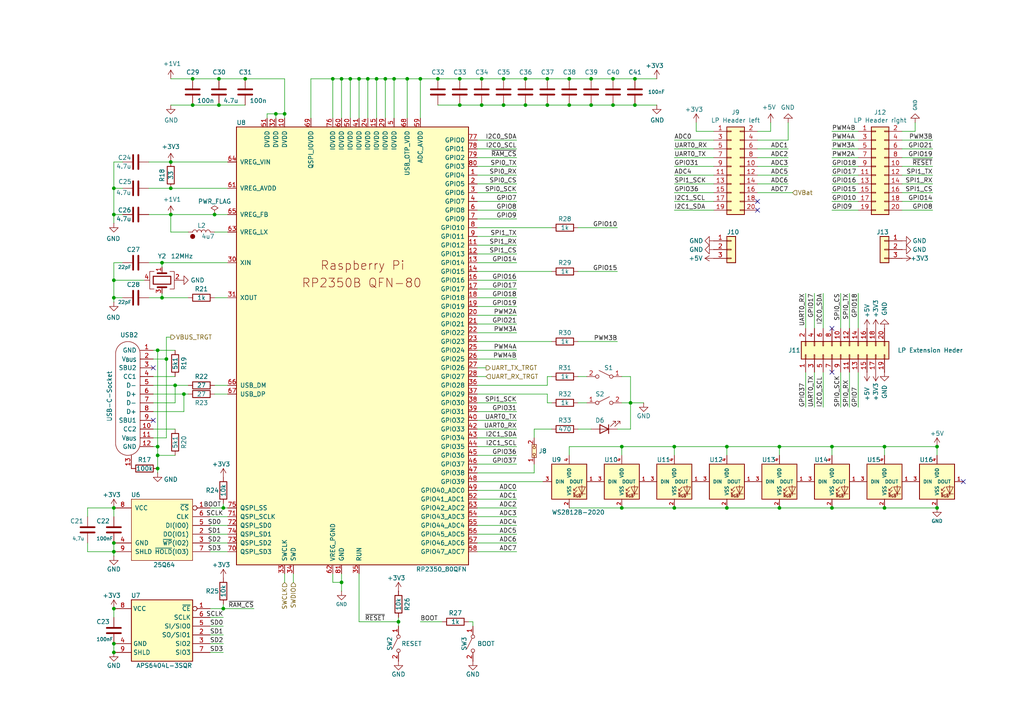
<source format=kicad_sch>
(kicad_sch (version 20231120) (generator "eeschema") (generator_version "8.0")
  (paper "A4")
  (junction (at 33.02 189.23))
  (junction (at 133.35 22.86))
  (junction (at 33.02 186.69))
  (junction (at 53.34 114.3))
  (junction (at 64.77 147.32))
  (junction (at 271.78 147.32))
  (junction (at 45.72 101.6))
  (junction (at 33.02 160.02))
  (junction (at 71.12 22.86))
  (junction (at 55.88 22.86))
  (junction (at 171.45 22.86))
  (junction (at 184.15 22.86))
  (junction (at 182.88 116.84))
  (junction (at 96.52 22.86))
  (junction (at 99.06 168.91))
  (junction (at 33.02 157.48))
  (junction (at 33.02 176.53))
  (junction (at 63.5 22.86))
  (junction (at 99.06 22.86))
  (junction (at 55.88 30.48))
  (junction (at 226.06 129.54))
  (junction (at 62.23 62.23))
  (junction (at 133.35 30.48))
  (junction (at 45.72 132.08))
  (junction (at 121.92 22.86))
  (junction (at 195.58 129.54))
  (junction (at 256.54 129.54))
  (junction (at 158.75 30.48))
  (junction (at 127 22.86))
  (junction (at 115.57 180.34))
  (junction (at 33.02 54.61))
  (junction (at 171.45 30.48))
  (junction (at 50.8 111.76))
  (junction (at 33.02 62.23))
  (junction (at 114.3 22.86))
  (junction (at 256.54 147.32))
  (junction (at 165.1 30.48))
  (junction (at 177.8 22.86))
  (junction (at 82.55 33.02))
  (junction (at 195.58 147.32))
  (junction (at 109.22 22.86))
  (junction (at 33.02 147.32))
  (junction (at 152.4 22.86))
  (junction (at 101.6 22.86))
  (junction (at 106.68 22.86))
  (junction (at 48.26 104.14))
  (junction (at 33.02 86.36))
  (junction (at 139.7 30.48))
  (junction (at 80.01 33.02))
  (junction (at 146.05 30.48))
  (junction (at 210.82 129.54))
  (junction (at 46.99 76.2))
  (junction (at 64.77 176.53))
  (junction (at 63.5 30.48))
  (junction (at 210.82 147.32))
  (junction (at 111.76 22.86))
  (junction (at 152.4 30.48))
  (junction (at 49.53 46.99))
  (junction (at 46.99 86.36))
  (junction (at 45.72 135.89))
  (junction (at 177.8 30.48))
  (junction (at 241.3 129.54))
  (junction (at 33.02 81.28))
  (junction (at 139.7 22.86))
  (junction (at 118.11 22.86))
  (junction (at 180.34 129.54))
  (junction (at 104.14 22.86))
  (junction (at 146.05 22.86))
  (junction (at 165.1 22.86))
  (junction (at 158.75 22.86))
  (junction (at 184.15 30.48))
  (junction (at 180.34 147.32))
  (junction (at 49.53 54.61))
  (junction (at 241.3 147.32))
  (junction (at 45.72 129.54))
  (junction (at 226.06 147.32))
  (junction (at 271.78 129.54))
  (junction (at 49.53 62.23))
  (no_connect (at 241.3 95.25))
  (no_connect (at 44.45 121.92))
  (no_connect (at 279.4 139.7))
  (no_connect (at 219.71 60.96))
  (no_connect (at 241.3 107.95))
  (no_connect (at 219.71 58.42))
  (no_connect (at 44.45 106.68))
  (wire (pts (xy 152.4 22.86) (xy 158.75 22.86)))
  (wire (pts (xy 64.77 176.53) (xy 73.66 176.53)))
  (wire (pts (xy 238.76 107.95) (xy 238.76 118.11)))
  (wire (pts (xy 33.02 81.28) (xy 41.91 81.28)))
  (wire (pts (xy 158.75 22.86) (xy 165.1 22.86)))
  (wire (pts (xy 49.53 62.23) (xy 62.23 62.23)))
  (wire (pts (xy 45.72 101.6) (xy 50.8 101.6)))
  (wire (pts (xy 104.14 180.34) (xy 115.57 180.34)))
  (wire (pts (xy 195.58 60.96) (xy 207.01 60.96)))
  (wire (pts (xy 85.09 168.91) (xy 85.09 166.37)))
  (wire (pts (xy 138.43 81.28) (xy 149.86 81.28)))
  (wire (pts (xy 158.75 114.3) (xy 158.75 116.84)))
  (wire (pts (xy 44.45 129.54) (xy 45.72 129.54)))
  (wire (pts (xy 138.43 78.74) (xy 160.02 78.74)))
  (wire (pts (xy 63.5 30.48) (xy 71.12 30.48)))
  (wire (pts (xy 50.8 116.84) (xy 50.8 111.76)))
  (wire (pts (xy 99.06 22.86) (xy 99.06 34.29)))
  (wire (pts (xy 146.05 30.48) (xy 152.4 30.48)))
  (wire (pts (xy 261.62 50.8) (xy 270.51 50.8)))
  (wire (pts (xy 195.58 53.34) (xy 207.01 53.34)))
  (wire (pts (xy 99.06 168.91) (xy 99.06 171.45)))
  (wire (pts (xy 180.34 147.32) (xy 195.58 147.32)))
  (wire (pts (xy 261.62 60.96) (xy 270.51 60.96)))
  (wire (pts (xy 138.43 96.52) (xy 149.86 96.52)))
  (wire (pts (xy 60.96 152.4) (xy 66.04 152.4)))
  (wire (pts (xy 106.68 22.86) (xy 109.22 22.86)))
  (wire (pts (xy 138.43 139.7) (xy 157.48 139.7)))
  (wire (pts (xy 138.43 134.62) (xy 149.86 134.62)))
  (wire (pts (xy 80.01 33.02) (xy 80.01 34.29)))
  (wire (pts (xy 44.45 109.22) (xy 50.8 109.22)))
  (wire (pts (xy 49.53 30.48) (xy 55.88 30.48)))
  (wire (pts (xy 127 22.86) (xy 133.35 22.86)))
  (wire (pts (xy 167.64 124.46) (xy 171.45 124.46)))
  (wire (pts (xy 35.56 46.99) (xy 33.02 46.99)))
  (wire (pts (xy 138.43 124.46) (xy 149.86 124.46)))
  (wire (pts (xy 261.62 48.26) (xy 270.51 48.26)))
  (wire (pts (xy 241.3 53.34) (xy 248.92 53.34)))
  (wire (pts (xy 99.06 22.86) (xy 101.6 22.86)))
  (wire (pts (xy 201.93 35.56) (xy 201.93 38.1)))
  (wire (pts (xy 104.14 22.86) (xy 104.14 34.29)))
  (wire (pts (xy 101.6 22.86) (xy 101.6 34.29)))
  (wire (pts (xy 44.45 101.6) (xy 45.72 101.6)))
  (wire (pts (xy 138.43 86.36) (xy 149.86 86.36)))
  (wire (pts (xy 241.3 132.08) (xy 241.3 129.54)))
  (wire (pts (xy 182.88 124.46) (xy 182.88 116.84)))
  (wire (pts (xy 138.43 157.48) (xy 149.86 157.48)))
  (wire (pts (xy 261.62 43.18) (xy 270.51 43.18)))
  (wire (pts (xy 154.94 134.62) (xy 154.94 137.16)))
  (wire (pts (xy 64.77 147.32) (xy 66.04 147.32)))
  (wire (pts (xy 138.43 55.88) (xy 149.86 55.88)))
  (wire (pts (xy 146.05 22.86) (xy 152.4 22.86)))
  (wire (pts (xy 261.62 58.42) (xy 270.51 58.42)))
  (wire (pts (xy 139.7 22.86) (xy 146.05 22.86)))
  (wire (pts (xy 44.45 116.84) (xy 50.8 116.84)))
  (wire (pts (xy 243.84 85.09) (xy 243.84 95.25)))
  (wire (pts (xy 60.96 189.23) (xy 64.77 189.23)))
  (wire (pts (xy 219.71 50.8) (xy 228.6 50.8)))
  (wire (pts (xy 138.43 132.08) (xy 149.86 132.08)))
  (wire (pts (xy 138.43 76.2) (xy 149.86 76.2)))
  (wire (pts (xy 46.99 86.36) (xy 43.18 86.36)))
  (wire (pts (xy 60.96 186.69) (xy 64.77 186.69)))
  (wire (pts (xy 184.15 30.48) (xy 190.5 30.48)))
  (wire (pts (xy 138.43 154.94) (xy 149.86 154.94)))
  (wire (pts (xy 48.26 97.79) (xy 49.53 97.79)))
  (wire (pts (xy 64.77 146.05) (xy 64.77 147.32)))
  (wire (pts (xy 138.43 48.26) (xy 149.86 48.26)))
  (wire (pts (xy 226.06 132.08) (xy 226.06 129.54)))
  (wire (pts (xy 180.34 132.08) (xy 180.34 129.54)))
  (wire (pts (xy 138.43 114.3) (xy 158.75 114.3)))
  (wire (pts (xy 210.82 132.08) (xy 210.82 129.54)))
  (wire (pts (xy 50.8 111.76) (xy 54.61 111.76)))
  (wire (pts (xy 195.58 45.72) (xy 207.01 45.72)))
  (wire (pts (xy 154.94 124.46) (xy 154.94 127)))
  (wire (pts (xy 62.23 67.31) (xy 66.04 67.31)))
  (wire (pts (xy 33.02 62.23) (xy 35.56 62.23)))
  (wire (pts (xy 158.75 109.22) (xy 160.02 109.22)))
  (wire (pts (xy 138.43 137.16) (xy 154.94 137.16)))
  (wire (pts (xy 195.58 58.42) (xy 207.01 58.42)))
  (wire (pts (xy 45.72 132.08) (xy 45.72 135.89)))
  (wire (pts (xy 33.02 176.53) (xy 33.02 179.07)))
  (wire (pts (xy 60.96 147.32) (xy 64.77 147.32)))
  (wire (pts (xy 241.3 58.42) (xy 248.92 58.42)))
  (wire (pts (xy 138.43 40.64) (xy 149.86 40.64)))
  (wire (pts (xy 226.06 147.32) (xy 241.3 147.32)))
  (wire (pts (xy 135.89 180.34) (xy 137.16 180.34)))
  (wire (pts (xy 167.64 66.04) (xy 179.07 66.04)))
  (wire (pts (xy 138.43 152.4) (xy 149.86 152.4)))
  (wire (pts (xy 219.71 43.18) (xy 228.6 43.18)))
  (wire (pts (xy 138.43 45.72) (xy 149.86 45.72)))
  (wire (pts (xy 171.45 22.86) (xy 177.8 22.86)))
  (wire (pts (xy 33.02 81.28) (xy 33.02 86.36)))
  (wire (pts (xy 182.88 116.84) (xy 180.34 116.84)))
  (wire (pts (xy 82.55 22.86) (xy 82.55 33.02)))
  (wire (pts (xy 154.94 124.46) (xy 160.02 124.46)))
  (wire (pts (xy 256.54 129.54) (xy 271.78 129.54)))
  (wire (pts (xy 82.55 33.02) (xy 82.55 34.29)))
  (wire (pts (xy 167.64 78.74) (xy 179.07 78.74)))
  (wire (pts (xy 133.35 30.48) (xy 139.7 30.48)))
  (wire (pts (xy 114.3 22.86) (xy 118.11 22.86)))
  (wire (pts (xy 233.68 85.09) (xy 233.68 95.25)))
  (wire (pts (xy 44.45 104.14) (xy 48.26 104.14)))
  (wire (pts (xy 246.38 85.09) (xy 246.38 95.25)))
  (wire (pts (xy 236.22 107.95) (xy 236.22 118.11)))
  (wire (pts (xy 177.8 30.48) (xy 184.15 30.48)))
  (wire (pts (xy 195.58 129.54) (xy 210.82 129.54)))
  (wire (pts (xy 49.53 22.86) (xy 55.88 22.86)))
  (wire (pts (xy 60.96 157.48) (xy 66.04 157.48)))
  (wire (pts (xy 60.96 160.02) (xy 66.04 160.02)))
  (wire (pts (xy 149.86 101.6) (xy 138.43 101.6)))
  (wire (pts (xy 138.43 160.02) (xy 149.86 160.02)))
  (wire (pts (xy 43.18 46.99) (xy 49.53 46.99)))
  (wire (pts (xy 106.68 22.86) (xy 106.68 34.29)))
  (wire (pts (xy 111.76 22.86) (xy 114.3 22.86)))
  (wire (pts (xy 138.43 121.92) (xy 149.86 121.92)))
  (wire (pts (xy 241.3 50.8) (xy 248.92 50.8)))
  (wire (pts (xy 179.07 124.46) (xy 182.88 124.46)))
  (wire (pts (xy 45.72 132.08) (xy 50.8 132.08)))
  (wire (pts (xy 138.43 149.86) (xy 149.86 149.86)))
  (wire (pts (xy 241.3 147.32) (xy 256.54 147.32)))
  (wire (pts (xy 44.45 111.76) (xy 50.8 111.76)))
  (wire (pts (xy 33.02 157.48) (xy 33.02 160.02)))
  (wire (pts (xy 133.35 22.86) (xy 139.7 22.86)))
  (wire (pts (xy 271.78 129.54) (xy 271.78 132.08)))
  (wire (pts (xy 138.43 68.58) (xy 149.86 68.58)))
  (wire (pts (xy 195.58 48.26) (xy 207.01 48.26)))
  (wire (pts (xy 60.96 179.07) (xy 64.77 179.07)))
  (wire (pts (xy 104.14 22.86) (xy 106.68 22.86)))
  (wire (pts (xy 138.43 116.84) (xy 149.86 116.84)))
  (wire (pts (xy 60.96 176.53) (xy 64.77 176.53)))
  (wire (pts (xy 158.75 116.84) (xy 160.02 116.84)))
  (wire (pts (xy 184.15 22.86) (xy 190.5 22.86)))
  (wire (pts (xy 171.45 30.48) (xy 177.8 30.48)))
  (wire (pts (xy 60.96 149.86) (xy 66.04 149.86)))
  (wire (pts (xy 149.86 91.44) (xy 138.43 91.44)))
  (wire (pts (xy 127 30.48) (xy 133.35 30.48)))
  (wire (pts (xy 138.43 73.66) (xy 149.86 73.66)))
  (wire (pts (xy 62.23 62.23) (xy 66.04 62.23)))
  (wire (pts (xy 96.52 22.86) (xy 99.06 22.86)))
  (wire (pts (xy 226.06 129.54) (xy 241.3 129.54)))
  (wire (pts (xy 138.43 88.9) (xy 149.86 88.9)))
  (wire (pts (xy 25.4 160.02) (xy 33.02 160.02)))
  (wire (pts (xy 219.71 40.64) (xy 228.6 40.64)))
  (wire (pts (xy 138.43 104.14) (xy 149.86 104.14)))
  (wire (pts (xy 138.43 142.24) (xy 149.86 142.24)))
  (wire (pts (xy 223.52 38.1) (xy 223.52 35.56)))
  (wire (pts (xy 138.43 66.04) (xy 160.02 66.04)))
  (wire (pts (xy 80.01 33.02) (xy 82.55 33.02)))
  (wire (pts (xy 180.34 129.54) (xy 195.58 129.54)))
  (wire (pts (xy 62.23 86.36) (xy 66.04 86.36)))
  (wire (pts (xy 33.02 160.02) (xy 33.02 161.29)))
  (wire (pts (xy 195.58 147.32) (xy 210.82 147.32)))
  (wire (pts (xy 55.88 22.86) (xy 63.5 22.86)))
  (wire (pts (xy 99.06 166.37) (xy 99.06 168.91)))
  (wire (pts (xy 43.18 54.61) (xy 49.53 54.61)))
  (wire (pts (xy 167.64 116.84) (xy 170.18 116.84)))
  (wire (pts (xy 25.4 157.48) (xy 25.4 160.02)))
  (wire (pts (xy 195.58 40.64) (xy 207.01 40.64)))
  (wire (pts (xy 96.52 168.91) (xy 99.06 168.91)))
  (wire (pts (xy 60.96 181.61) (xy 64.77 181.61)))
  (wire (pts (xy 182.88 116.84) (xy 186.69 116.84)))
  (wire (pts (xy 46.99 76.2) (xy 66.04 76.2)))
  (wire (pts (xy 241.3 48.26) (xy 248.92 48.26)))
  (wire (pts (xy 165.1 132.08) (xy 165.1 129.54)))
  (wire (pts (xy 71.12 22.86) (xy 82.55 22.86)))
  (wire (pts (xy 241.3 38.1) (xy 248.92 38.1)))
  (wire (pts (xy 195.58 132.08) (xy 195.58 129.54)))
  (wire (pts (xy 167.64 99.06) (xy 179.07 99.06)))
  (wire (pts (xy 138.43 127) (xy 149.86 127)))
  (wire (pts (xy 114.3 22.86) (xy 114.3 34.29)))
  (wire (pts (xy 261.62 45.72) (xy 270.51 45.72)))
  (wire (pts (xy 138.43 43.18) (xy 149.86 43.18)))
  (wire (pts (xy 33.02 76.2) (xy 33.02 81.28)))
  (wire (pts (xy 121.92 22.86) (xy 121.92 34.29)))
  (wire (pts (xy 248.92 85.09) (xy 248.92 95.25)))
  (wire (pts (xy 210.82 129.54) (xy 226.06 129.54)))
  (wire (pts (xy 138.43 109.22) (xy 140.97 109.22)))
  (wire (pts (xy 45.72 135.89) (xy 45.72 137.16)))
  (wire (pts (xy 115.57 180.34) (xy 115.57 181.61)))
  (wire (pts (xy 165.1 22.86) (xy 171.45 22.86)))
  (wire (pts (xy 261.62 40.64) (xy 270.51 40.64)))
  (wire (pts (xy 246.38 107.95) (xy 246.38 118.11)))
  (wire (pts (xy 137.16 180.34) (xy 137.16 181.61)))
  (wire (pts (xy 90.17 22.86) (xy 96.52 22.86)))
  (wire (pts (xy 35.56 86.36) (xy 33.02 86.36)))
  (wire (pts (xy 44.45 119.38) (xy 53.34 119.38)))
  (wire (pts (xy 33.02 54.61) (xy 35.56 54.61)))
  (wire (pts (xy 138.43 93.98) (xy 149.86 93.98)))
  (wire (pts (xy 55.88 30.48) (xy 63.5 30.48)))
  (wire (pts (xy 195.58 50.8) (xy 207.01 50.8)))
  (wire (pts (xy 43.18 62.23) (xy 49.53 62.23)))
  (wire (pts (xy 109.22 22.86) (xy 111.76 22.86)))
  (wire (pts (xy 241.3 40.64) (xy 248.92 40.64)))
  (wire (pts (xy 54.61 67.31) (xy 49.53 67.31)))
  (wire (pts (xy 177.8 22.86) (xy 184.15 22.86)))
  (wire (pts (xy 53.34 119.38) (xy 53.34 114.3)))
  (wire (pts (xy 138.43 111.76) (xy 158.75 111.76)))
  (wire (pts (xy 138.43 71.12) (xy 149.86 71.12)))
  (wire (pts (xy 233.68 107.95) (xy 233.68 118.11)))
  (wire (pts (xy 33.02 54.61) (xy 33.02 62.23)))
  (wire (pts (xy 46.99 85.09) (xy 46.99 86.36)))
  (wire (pts (xy 139.7 30.48) (xy 146.05 30.48)))
  (wire (pts (xy 118.11 22.86) (xy 118.11 34.29)))
  (wire (pts (xy 180.34 109.22) (xy 182.88 109.22)))
  (wire (pts (xy 33.02 186.69) (xy 33.02 189.23)))
  (wire (pts (xy 256.54 147.32) (xy 271.78 147.32)))
  (wire (pts (xy 195.58 55.88) (xy 207.01 55.88)))
  (wire (pts (xy 138.43 83.82) (xy 149.86 83.82)))
  (wire (pts (xy 82.55 168.91) (xy 82.55 166.37)))
  (wire (pts (xy 44.45 124.46) (xy 50.8 124.46)))
  (wire (pts (xy 44.45 114.3) (xy 53.34 114.3)))
  (wire (pts (xy 96.52 34.29) (xy 96.52 22.86)))
  (wire (pts (xy 165.1 129.54) (xy 180.34 129.54)))
  (wire (pts (xy 33.02 86.36) (xy 33.02 87.63)))
  (wire (pts (xy 241.3 45.72) (xy 248.92 45.72)))
  (wire (pts (xy 138.43 63.5) (xy 149.86 63.5)))
  (wire (pts (xy 138.43 129.54) (xy 149.86 129.54)))
  (wire (pts (xy 25.4 147.32) (xy 33.02 147.32)))
  (wire (pts (xy 182.88 109.22) (xy 182.88 116.84)))
  (wire (pts (xy 66.04 114.3) (xy 62.23 114.3)))
  (wire (pts (xy 152.4 30.48) (xy 158.75 30.48)))
  (wire (pts (xy 248.92 107.95) (xy 248.92 118.11)))
  (wire (pts (xy 25.4 149.86) (xy 25.4 147.32)))
  (wire (pts (xy 138.43 106.68) (xy 140.97 106.68)))
  (wire (pts (xy 121.92 22.86) (xy 127 22.86)))
  (wire (pts (xy 210.82 147.32) (xy 226.06 147.32)))
  (wire (pts (xy 243.84 107.95) (xy 243.84 118.11)))
  (wire (pts (xy 111.76 22.86) (xy 111.76 34.29)))
  (wire (pts (xy 158.75 30.48) (xy 165.1 30.48)))
  (wire (pts (xy 165.1 30.48) (xy 171.45 30.48)))
  (wire (pts (xy 49.53 54.61) (xy 66.04 54.61)))
  (wire (pts (xy 138.43 99.06) (xy 160.02 99.06)))
  (wire (pts (xy 138.43 53.34) (xy 149.86 53.34)))
  (wire (pts (xy 33.02 46.99) (xy 33.02 54.61)))
  (wire (pts (xy 138.43 144.78) (xy 149.86 144.78)))
  (wire (pts (xy 64.77 175.26) (xy 64.77 176.53)))
  (wire (pts (xy 48.26 97.79) (xy 48.26 104.14)))
  (wire (pts (xy 33.02 149.86) (xy 33.02 147.32)))
  (wire (pts (xy 195.58 43.18) (xy 207.01 43.18)))
  (wire (pts (xy 46.99 77.47) (xy 46.99 76.2)))
  (wire (pts (xy 62.23 111.76) (xy 66.04 111.76)))
  (wire (pts (xy 241.3 129.54) (xy 256.54 129.54)))
  (wire (pts (xy 77.47 33.02) (xy 80.01 33.02)))
  (wire (pts (xy 90.17 34.29) (xy 90.17 22.86)))
  (wire (pts (xy 241.3 55.88) (xy 248.92 55.88)))
  (wire (pts (xy 60.96 154.94) (xy 66.04 154.94)))
  (wire (pts (xy 46.99 86.36) (xy 54.61 86.36)))
  (wire (pts (xy 165.1 147.32) (xy 180.34 147.32)))
  (wire (pts (xy 219.71 45.72) (xy 228.6 45.72)))
  (wire (pts (xy 228.6 40.64) (xy 228.6 35.56)))
  (wire (pts (xy 201.93 38.1) (xy 207.01 38.1)))
  (wire (pts (xy 138.43 58.42) (xy 149.86 58.42)))
  (wire (pts (xy 138.43 50.8) (xy 149.86 50.8)))
  (wire (pts (xy 118.11 22.86) (xy 121.92 22.86)))
  (wire (pts (xy 60.96 184.15) (xy 64.77 184.15)))
  (wire (pts (xy 49.53 67.31) (xy 49.53 62.23)))
  (wire (pts (xy 44.45 127) (xy 48.26 127)))
  (wire (pts (xy 265.43 35.56) (xy 265.43 38.1)))
  (wire (pts (xy 241.3 60.96) (xy 248.92 60.96)))
  (wire (pts (xy 241.3 43.18) (xy 248.92 43.18)))
  (wire (pts (xy 236.22 85.09) (xy 236.22 95.25)))
  (wire (pts (xy 43.18 76.2) (xy 46.99 76.2)))
  (wire (pts (xy 33.02 62.23) (xy 33.02 64.77)))
  (wire (pts (xy 265.43 38.1) (xy 261.62 38.1)))
  (wire (pts (xy 101.6 22.86) (xy 104.14 22.86)))
  (wire (pts (xy 219.71 38.1) (xy 223.52 38.1)))
  (wire (pts (xy 77.47 34.29) (xy 77.47 33.02)))
  (wire (pts (xy 45.72 101.6) (xy 45.72 129.54)))
  (wire (pts (xy 261.62 55.88) (xy 270.51 55.88)))
  (wire (pts (xy 33.02 76.2) (xy 35.56 76.2)))
  (wire (pts (xy 63.5 22.86) (xy 71.12 22.86)))
  (wire (pts (xy 109.22 22.86) (xy 109.22 34.29)))
  (wire (pts (xy 219.71 48.26) (xy 228.6 48.26)))
  (wire (pts (xy 49.53 46.99) (xy 66.04 46.99)))
  (wire (pts (xy 104.14 166.37) (xy 104.14 180.34)))
  (wire (pts (xy 45.72 129.54) (xy 45.72 132.08)))
  (wire (pts (xy 261.62 53.34) (xy 270.51 53.34)))
  (wire (pts (xy 48.26 104.14) (xy 48.26 127)))
  (wire (pts (xy 138.43 147.32) (xy 149.86 147.32)))
  (wire (pts (xy 121.92 180.34) (xy 128.27 180.34)))
  (wire (pts (xy 219.71 53.34) (xy 228.6 53.34)))
  (wire (pts (xy 53.34 114.3) (xy 54.61 114.3)))
  (wire (pts (xy 219.71 55.88) (xy 229.87 55.88)))
  (wire (pts (xy 138.43 119.38) (xy 149.86 119.38)))
  (wire (pts (xy 138.43 60.96) (xy 149.86 60.96)))
  (wire (pts (xy 167.64 109.22) (xy 170.18 109.22)))
  (wire (pts (xy 158.75 111.76) (xy 158.75 109.22)))
  (wire (pts (xy 256.54 132.08) (xy 256.54 129.54)))
  (wire (pts (xy 238.76 85.09) (xy 238.76 95.25)))
  (wire (pts (xy 96.52 166.37) (xy 96.52 168.91)))
  (wire (pts (xy 115.57 179.07) (xy 115.57 180.34)))
  (circle (center 55.88 68.58) (radius 0.635) (stroke (width 0) (color 132 0 0 1)) (fill (type color) (color 132 0 0 1)))
  (label "GPIO18" (at 248.92 85.09 270))
  (label "SPI0_CS" (at 149.86 53.34 180))
  (label "UART0_RX" (at 149.86 124.46 180))
  (label "GPIO31" (at 195.58 48.26 0))
  (label "PWM2A" (at 149.86 91.44 180))
  (label "SCLK" (at 64.77 179.07 180))
  (label "ADC3" (at 149.86 149.86 180))
  (label "BOOT" (at 121.92 180.34 0))
  (label "GPIO17" (at 236.22 85.09 270))
  (label "GPIO8" (at 270.51 60.96 180))
  (label "~{RAM_CS}" (at 73.66 176.53 180))
  (label "GPIO18" (at 149.86 86.36 180))
  (label "SD3" (at 64.77 189.23 180))
  (label "GPIO19" (at 270.51 45.72 180))
  (label "PWM4A" (at 241.3 40.64 0))
  (label "SPI1_SCK" (at 149.86 116.84 180))
  (label "SPI0_TX" (at 246.38 85.09 270))
  (label "SPI1_TX" (at 270.51 50.8 180))
  (label "I2C1_SDA" (at 149.86 127 180))
  (label "GPIO16" (at 149.86 81.28 180))
  (label "PWM3B" (at 179.07 99.06 180))
  (label "PWM3A" (at 149.86 96.52 180))
  (label "UART0_TX" (at 236.22 118.11 90))
  (label "I2C1_SCL" (at 149.86 129.54 180))
  (label "GPIO8" (at 149.86 60.96 180))
  (label "GPIO17" (at 241.3 50.8 0))
  (label "ADC3" (at 228.6 48.26 180))
  (label "SD0" (at 64.77 181.61 180))
  (label "GPIO14" (at 149.86 76.2 180))
  (label "GPIO7" (at 149.86 58.42 180))
  (label "ADC1" (at 149.86 144.78 180))
  (label "PWM4B" (at 149.86 104.14 180))
  (label "ADC0" (at 195.58 40.64 0))
  (label "SPI1_TX" (at 149.86 68.58 180))
  (label "ADC7" (at 228.6 55.88 180))
  (label "ADC7" (at 149.86 160.02 180))
  (label "PWM3A" (at 241.3 43.18 0))
  (label "BOOT" (at 64.135 147.32 180))
  (label "UART0_TX" (at 149.86 121.92 180))
  (label "PWM4A" (at 149.86 101.6 180))
  (label "GPIO19" (at 149.86 88.9 180))
  (label "ADC4" (at 149.86 152.4 180))
  (label "UART0_RX" (at 195.58 43.18 0))
  (label "SPI0_TX" (at 149.86 48.26 180))
  (label "ADC6" (at 149.86 157.48 180))
  (label "SPI0_RX" (at 149.86 50.8 180))
  (label "GPIO16" (at 241.3 53.34 0))
  (label "GPIO36" (at 195.58 55.88 0))
  (label "SPI1_RX" (at 149.86 71.12 180))
  (label "SPI0_SCK" (at 243.84 118.11 90))
  (label "SPI0_SCK" (at 149.86 55.88 180))
  (label "GPIO31" (at 149.86 119.38 180))
  (label "ADC4" (at 195.58 50.8 0))
  (label "SD0" (at 64.135 152.4 180))
  (label "GPIO21" (at 270.51 43.18 180))
  (label "ADC5" (at 228.6 50.8 180))
  (label "I2C0_SCL" (at 149.86 43.18 180))
  (label "GPIO15" (at 179.07 78.74 180))
  (label "ADC6" (at 228.6 53.34 180))
  (label "~{RESET}" (at 111.76 180.34 180))
  (label "SD1" (at 64.135 154.94 180))
  (label "PWM3B" (at 270.51 40.64 180))
  (label "I2C0_SCL" (at 238.76 118.11 90))
  (label "UART0_RX" (at 233.68 85.09 270))
  (label "PWM4B" (at 241.3 38.1 0))
  (label "ADC2" (at 228.6 45.72 180))
  (label "GPIO36" (at 149.86 132.08 180))
  (label "GPIO17" (at 149.86 83.82 180))
  (label "GPIO37" (at 233.68 118.11 90))
  (label "SD2" (at 64.135 157.48 180))
  (label "GPIO9" (at 241.3 60.96 0))
  (label "SPI1_CS" (at 270.51 55.88 180))
  (label "GPIO7" (at 248.92 118.11 90))
  (label "SD1" (at 64.77 184.15 180))
  (label "SPI0_RX" (at 246.38 118.11 90))
  (label "GPIO15" (at 241.3 55.88 0))
  (label "ADC5" (at 149.86 154.94 180))
  (label "SPI1_SCK" (at 195.58 53.34 0))
  (label "GPIO37" (at 149.86 134.62 180))
  (label "SPI1_CS" (at 149.86 73.66 180))
  (label "ADC0" (at 149.86 142.24 180))
  (label "GPIO18" (at 241.3 48.26 0))
  (label "SD3" (at 64.135 160.02 180))
  (label "GPIO10" (at 179.07 66.04 180))
  (label "SPI0_CS" (at 243.84 85.09 270))
  (label "ADC1" (at 228.6 43.18 180))
  (label "GPIO10" (at 241.3 58.42 0))
  (label "~{RESET}" (at 270.51 48.26 180))
  (label "SD2" (at 64.77 186.69 180))
  (label "GPIO14" (at 270.51 58.42 180))
  (label "SPI1_RX" (at 270.51 53.34 180))
  (label "I2C1_SCL" (at 195.58 58.42 0))
  (label "GPIO9" (at 149.86 63.5 180))
  (label "GPIO21" (at 149.86 93.98 180))
  (label "ADC2" (at 149.86 147.32 180))
  (label "I2C1_SDA" (at 195.58 60.96 0))
  (label "I2C0_SDA" (at 149.86 40.64 180))
  (label "SCLK" (at 64.77 149.86 180))
  (label "~{RAM_CS}" (at 149.86 45.72 180))
  (label "I2C0_SDA" (at 238.76 85.09 270))
  (label "UART0_TX" (at 195.58 45.72 0))
  (label "PWM2A" (at 241.3 45.72 0))
  (hierarchical_label "UART_TX_TRGT" (shape output) (at 140.97 106.68 0))
  (hierarchical_label "VBat" (shape input) (at 229.87 55.88 0))
  (hierarchical_label "UART_RX_TRGT" (shape input) (at 140.97 109.22 0))
  (hierarchical_label "SWDIO" (shape input) (at 85.09 168.91 270))
  (hierarchical_label "SWCLK" (shape input) (at 82.55 168.91 270))
  (hierarchical_label "VBUS_TRGT" (shape output) (at 49.53 97.79 0))
  (symbol (lib_id "Device:R") (at 58.42 111.76 270) (unit 1)
    (property "Reference" "R22" (at 58.42 109.22 90))
    (property "Value" "27" (at 58.42 111.76 90))
    (property "Footprint" "Resistor_SMD:R_0402_1005Metric" (effects (hide yes)))
    (property "Datasheet" "https://www.digikey.de/de/products/detail/panasonic-electronic-components/ERJ-3EKF27R0V/1746361" (effects (hide yes)))
    (property "STANDARD" "unkritisch" (effects (hide yes)))
  )
  (symbol (lib_id "Device:R") (at 58.42 114.3 270) (unit 1)
    (property "Reference" "R23" (at 58.42 116.84 90))
    (property "Value" "27" (at 58.42 114.3 90))
    (property "Footprint" "Resistor_SMD:R_0402_1005Metric" (effects (hide yes)))
    (property "Datasheet" "https://www.digikey.de/de/products/detail/panasonic-electronic-components/ERJ-3EKF27R0V/1746361" (effects (hide yes)))
    (property "STANDARD" "unkritisch" (effects (hide yes)))
  )
  (symbol (lib_id "power:GND") (at 52.07 81.28 90) (unit 1)
    (property "Reference" "#PWR037" (effects (hide yes)))
    (property "Value" "GND" (at 55.245 81.28 90) (effects (justify right)))
    (property "Description" "Power symbol creates a global label with name \"GND\" , ground" (effects (hide yes)))
  )
  (symbol (lib_id "power:+5V") (at 271.78 129.54 0) (unit 1)
    (property "Reference" "#PWR063" (effects (hide yes)))
    (property "Value" "+5V" (at 271.78 125.73 0))
    (property "Description" "Power symbol creates a global label with name \"+5V\"" (effects (hide yes)))
  )
  (symbol (lib_id "power:+5V") (at 251.46 107.95 180) (unit 1)
    (property "Reference" "#PWR054" (effects (hide yes)))
    (property "Value" "+5V" (at 251.46 114.3 90))
    (property "Description" "Power symbol creates a global label with name \"+5V\"" (effects (hide yes)))
  )
  (symbol (lib_id "power:+5V") (at 251.46 95.25 0) (unit 1)
    (property "Reference" "#PWR053" (effects (hide yes)))
    (property "Value" "+5V" (at 251.46 90.17 90))
    (property "Description" "Power symbol creates a global label with name \"+5V\"" (effects (hide yes)))
  )
  (symbol (lib_id "power:+3V3") (at 254 95.25 0) (unit 1)
    (property "Reference" "#PWR055" (effects (hide yes)))
    (property "Value" "+3V3" (at 254 89.535 90))
    (property "Description" "Power symbol creates a global label with name \"+3V3\"" (effects (hide yes)))
  )
  (symbol (lib_id "power:GND") (at 256.54 95.25 180) (unit 1)
    (property "Reference" "#PWR057" (effects (hide yes)))
    (property "Value" "GND" (at 256.54 89.535 90))
    (property "Description" "Power symbol creates a global label with name \"GND\" , ground" (effects (hide yes)))
  )
  (symbol (lib_id "power:GND") (at 33.02 161.29 0) (unit 1)
    (property "Reference" "#PWR029" (effects (hide yes)))
    (property "Value" "GND" (at 33.02 165.1 0))
    (property "Description" "Power symbol creates a global label with name \"GND\" , ground" (effects (hide yes)))
  )
  (symbol (lib_id "Device:R") (at 64.77 142.24 0) (unit 1)
    (property "Reference" "R24" (at 61.595 142.24 0))
    (property "Value" "10k" (at 64.77 142.24 90))
    (property "Footprint" "Resistor_SMD:R_0402_1005Metric" (effects (hide yes)))
    (property "Datasheet" "https://www.digikey.de/de/products/detail/panasonic-electronic-components/ERJ-3GEYJ103V/135662" (effects (hide yes)))
    (property "STANDARD" "unkritisch" (effects (hide yes)))
  )
  (symbol (lib_id "power:GND") (at 271.78 147.32 0) (unit 1)
    (property "Reference" "#PWR064" (effects (hide yes)))
    (property "Value" "GND" (at 271.78 151.13 0) (effects (font (size 1.016 1.016))))
    (property "Description" "Power symbol creates a global label with name \"GND\" , ground" (effects (hide yes)))
  )
  (symbol (lib_id "power:GND") (at 190.5 30.48 0) (unit 1)
    (property "Reference" "#PWR045" (effects (hide yes)))
    (property "Value" "GND" (at 190.627 34.8742 0))
    (property "Description" "Power symbol creates a global label with name \"GND\" , ground" (effects (hide yes)))
  )
  (symbol (lib_id "power:GND") (at 33.02 87.63 0) (unit 1)
    (property "Reference" "#PWR027" (effects (hide yes)))
    (property "Value" "GND" (at 34.925 92.075 0) (effects (justify right)))
    (property "Description" "Power symbol creates a global label with name \"GND\" , ground" (effects (hide yes)))
  )
  (symbol (lib_id "power:GND") (at 45.72 137.16 0) (unit 1)
    (property "Reference" "#PWR032" (effects (hide yes)))
    (property "Value" "GND" (at 49.53 139.065 0))
    (property "Description" "Power symbol creates a global label with name \"GND\" , ground" (effects (hide yes)))
  )
  (symbol (lib_id "power:+3V3") (at 33.02 147.32 0) (unit 1)
    (property "Reference" "#PWR028" (effects (hide yes)))
    (property "Value" "+3V3" (at 32.385 143.51 0))
    (property "Description" "Power symbol creates a global label with name \"+3V3\"" (effects (hide yes)))
  )
  (symbol (lib_id "Switch:SW_SPST") (at 115.57 186.69 90) (mirror x) (unit 1)
    (property "Reference" "SW2" (at 113.03 186.69 0))
    (property "Value" "RESET" (at 119.38 186.69 90))
    (property "Footprint" "rp2350-launchpad:DIPT-1188E" (effects (hide yes)))
    (property "Datasheet" "https://www.mouser.de/ProductDetail/Diptronics/1188E-1W3-V-T-R?qs=MLItCLRbWsziiBJeSO1fUw%3D%3D" (effects (hide yes)))
  )
  (symbol (lib_id "Switch:SW_SPST") (at 137.16 186.69 90) (mirror x) (unit 1)
    (property "Reference" "SW3" (at 134.62 186.69 0))
    (property "Value" "BOOT" (at 140.97 186.69 90))
    (property "Footprint" "rp2350-launchpad:KMR2-Switch" (effects (hide yes)))
    (property "Datasheet" "https://www.digikey.de/de/products/detail/c-k/KMR223NG-LFG/2296954" (effects (hide yes)))
  )
  (symbol (lib_id "power:+3V3") (at 64.77 167.64 0) (unit 1)
    (property "Reference" "#PWR039" (effects (hide yes)))
    (property "Value" "+3V3" (at 64.135 163.83 0))
    (property "Description" "Power symbol creates a global label with name \"+3V3\"" (effects (hide yes)))
  )
  (symbol (lib_id "Connector_Generic:Conn_02x10_Odd_Even") (at 212.09 48.26 0) (unit 1)
    (property "Reference" "J9" (at 213.36 32.5882 0))
    (property "Value" "LP Header left" (at 213.36 34.8996 0))
    (property "Footprint" "Connector_PinHeader_2.54mm:PinHeader_2x10_P2.54mm_Vertical" (effects (hide yes)))
    (property "Datasheet" "wird nicht bestückt" (effects (hide yes)))
  )
  (symbol (lib_id "Connector_Generic:Conn_02x10_Odd_Even") (at 254 48.26 0) (unit 1)
    (property "Reference" "J12" (at 255.27 32.5882 0))
    (property "Value" "LP Header right" (at 255.27 34.8996 0))
    (property "Footprint" "Connector_PinHeader_2.54mm:PinHeader_2x10_P2.54mm_Vertical" (effects (hide yes)))
    (property "Datasheet" "wird nicht bestückt" (effects (hide yes)))
  )
  (symbol (lib_id "Connector_Generic:Conn_02x10_Odd_Even") (at 243.84 102.87 90) (unit 1)
    (property "Reference" "J11" (at 228.6 101.6 90) (effects (justify right)))
    (property "Value" "LP Extension Heder" (at 260.35 101.6 90) (effects (justify right)))
    (property "Footprint" "Connector_PinHeader_2.54mm:PinHeader_2x10_P2.54mm_Vertical" (effects (hide yes)))
    (property "Datasheet" "wird nicht bestückt" (effects (hide yes)))
  )
  (symbol (lib_id "power:GND") (at 256.54 107.95 0) (unit 1)
    (property "Reference" "#PWR058" (effects (hide yes)))
    (property "Value" "GND" (at 256.54 113.665 90))
    (property "Description" "Power symbol creates a global label with name \"GND\" , ground" (effects (hide yes)))
  )
  (symbol (lib_id "power:+3V3") (at 254 107.95 180) (unit 1)
    (property "Reference" "#PWR056" (effects (hide yes)))
    (property "Value" "+3V3" (at 254 113.665 90))
    (property "Description" "Power symbol creates a global label with name \"+3V3\"" (effects (hide yes)))
  )
  (symbol (lib_id "power:+5V") (at 223.52 35.56 0) (unit 1)
    (property "Reference" "#PWR051" (effects (hide yes)))
    (property "Value" "+5V" (at 220.98 31.115 0) (effects (justify left)))
    (property "Description" "Power symbol creates a global label with name \"+5V\"" (effects (hide yes)))
  )
  (symbol (lib_id "power:GND") (at 265.43 35.56 180) (unit 1)
    (property "Reference" "#PWR062" (effects (hide yes)))
    (property "Value" "GND" (at 265.43 30.48 90) (effects (font (size 1.016 1.016))))
    (property "Description" "Power symbol creates a global label with name \"GND\" , ground" (effects (hide yes)))
  )
  (symbol (lib_id "Connector_Generic:Conn_01x03") (at 256.54 72.39 0) (mirror y) (unit 1)
    (property "Reference" "J13" (at 257.81 67.31 0) (effects (justify left)))
    (property "Value" "PWR Header" (effects (hide yes)))
    (property "Footprint" "Connector_PinHeader_2.54mm:PinHeader_1x03_P2.54mm_Vertical" (effects (hide yes)))
    (property "Datasheet" "wird nicht bestückt" (effects (hide yes)))
  )
  (symbol (lib_id "Connector_Generic:Conn_01x03") (at 212.09 72.39 0) (unit 1)
    (property "Reference" "J10" (at 210.82 67.31 0) (effects (justify left)))
    (property "Value" "PWR Header" (effects (hide yes)))
    (property "Footprint" "Connector_PinHeader_2.54mm:PinHeader_1x03_P2.54mm_Vertical" (effects (hide yes)))
    (property "Datasheet" "wird nicht bestückt" (effects (hide yes)))
  )
  (symbol (lib_id "power:+3V3") (at 261.62 74.93 270) (unit 1)
    (property "Reference" "#PWR061" (effects (hide yes)))
    (property "Value" "+3V3" (at 266.7 74.93 90))
    (property "Description" "Power symbol creates a global label with name \"+3V3\"" (effects (hide yes)))
  )
  (symbol (lib_id "power:+5V") (at 207.01 74.93 90) (unit 1)
    (property "Reference" "#PWR050" (effects (hide yes)))
    (property "Value" "+5V" (at 203.835 74.93 90) (effects (justify left)))
    (property "Description" "Power symbol creates a global label with name \"+5V\"" (effects (hide yes)))
  )
  (symbol (lib_id "power:GND") (at 261.62 69.85 90) (unit 1)
    (property "Reference" "#PWR059" (effects (hide yes)))
    (property "Value" "GND" (at 266.7 69.85 90))
    (property "Description" "Power symbol creates a global label with name \"GND\" , ground" (effects (hide yes)))
  )
  (symbol (lib_id "power:GND") (at 261.62 72.39 90) (unit 1)
    (property "Reference" "#PWR060" (effects (hide yes)))
    (property "Value" "GND" (at 266.7 72.39 90))
    (property "Description" "Power symbol creates a global label with name \"GND\" , ground" (effects (hide yes)))
  )
  (symbol (lib_id "power:GND") (at 207.01 69.85 270) (unit 1)
    (property "Reference" "#PWR048" (effects (hide yes)))
    (property "Value" "GND" (at 201.93 69.85 90))
    (property "Description" "Power symbol creates a global label with name \"GND\" , ground" (effects (hide yes)))
  )
  (symbol (lib_id "power:GND") (at 207.01 72.39 270) (unit 1)
    (property "Reference" "#PWR049" (effects (hide yes)))
    (property "Value" "GND" (at 201.93 72.39 90))
    (property "Description" "Power symbol creates a global label with name \"GND\" , ground" (effects (hide yes)))
  )
  (symbol (lib_id "power:+3V3") (at 190.5 22.86 0) (unit 1)
    (property "Reference" "#PWR044" (effects (hide yes)))
    (property "Value" "+3V3" (at 189.865 19.05 0))
    (property "Description" "Power symbol creates a global label with name \"+3V3\"" (effects (hide yes)))
  )
  (symbol (lib_id "power:+3V3") (at 201.93 35.56 0) (unit 1)
    (property "Reference" "#PWR047" (effects (hide yes)))
    (property "Value" "+3V3" (at 201.295 31.75 0))
    (property "Description" "Power symbol creates a global label with name \"+3V3\"" (effects (hide yes)))
  )
  (symbol (lib_id "power:GND") (at 228.6 35.56 180) (unit 1)
    (property "Reference" "#PWR052" (effects (hide yes)))
    (property "Value" "GND" (at 228.473 31.1658 0))
    (property "Description" "Power symbol creates a global label with name \"GND\" , ground" (effects (hide yes)))
  )
  (symbol (lib_id "Device:C") (at 133.35 26.67 0) (unit 1)
    (property "Reference" "C33" (at 131.445 20.955 0) (effects (justify left)))
    (property "Value" "100nF" (effects (hide yes)))
    (property "Footprint" "Capacitor_SMD:C_0402_1005Metric" (effects (hide yes)))
    (property "Datasheet" "https://www.digikey.de/de/products/detail/kemet/C0603C104J4RAC7013/8572406" (effects (hide yes)))
    (property "MANUFACTURER" "z.B. Kemet" (effects (hide yes)))
    (property "STANDARD" "unkritisch" (effects (hide yes)))
  )
  (symbol (lib_id "Device:C") (at 139.7 26.67 0) (unit 1)
    (property "Reference" "C34" (at 137.795 20.955 0) (effects (justify left)))
    (property "Value" "100nF" (effects (hide yes)))
    (property "Footprint" "Capacitor_SMD:C_0402_1005Metric" (effects (hide yes)))
    (property "Datasheet" "https://www.digikey.de/de/products/detail/kemet/C0603C104J4RAC7013/8572406" (effects (hide yes)))
    (property "MANUFACTURER" "z.B. Kemet" (effects (hide yes)))
    (property "STANDARD" "unkritisch" (effects (hide yes)))
  )
  (symbol (lib_id "Device:C") (at 146.05 26.67 0) (unit 1)
    (property "Reference" "C35" (at 144.145 20.955 0) (effects (justify left)))
    (property "Value" "100nF" (effects (hide yes)))
    (property "Footprint" "Capacitor_SMD:C_0402_1005Metric" (effects (hide yes)))
    (property "Datasheet" "https://www.digikey.de/de/products/detail/kemet/C0603C104J4RAC7013/8572406" (effects (hide yes)))
    (property "MANUFACTURER" "z.B. Kemet" (effects (hide yes)))
    (property "STANDARD" "unkritisch" (effects (hide yes)))
  )
  (symbol (lib_id "Device:C") (at 152.4 26.67 0) (unit 1)
    (property "Reference" "C36" (at 150.495 20.955 0) (effects (justify left)))
    (property "Value" "100nF" (effects (hide yes)))
    (property "Footprint" "Capacitor_SMD:C_0402_1005Metric" (effects (hide yes)))
    (property "Datasheet" "https://www.digikey.de/de/products/detail/kemet/C0603C104J4RAC7013/8572406" (effects (hide yes)))
    (property "MANUFACTURER" "z.B. Kemet" (effects (hide yes)))
    (property "STANDARD" "unkritisch" (effects (hide yes)))
  )
  (symbol (lib_id "Device:C") (at 158.75 26.67 0) (unit 1)
    (property "Reference" "C37" (at 156.845 20.955 0) (effects (justify left)))
    (property "Value" "100nF" (effects (hide yes)))
    (property "Footprint" "Capacitor_SMD:C_0402_1005Metric" (effects (hide yes)))
    (property "Datasheet" "https://www.digikey.de/de/products/detail/kemet/C0603C104J4RAC7013/8572406" (effects (hide yes)))
    (property "MANUFACTURER" "z.B. Kemet" (effects (hide yes)))
    (property "STANDARD" "unkritisch" (effects (hide yes)))
  )
  (symbol (lib_id "Device:C") (at 165.1 26.67 0) (unit 1)
    (property "Reference" "C38" (at 163.195 20.955 0) (effects (justify left)))
    (property "Value" "100nF" (effects (hide yes)))
    (property "Footprint" "Capacitor_SMD:C_0402_1005Metric" (effects (hide yes)))
    (property "Datasheet" "https://www.digikey.de/de/products/detail/kemet/C0603C104J4RAC7013/8572406" (effects (hide yes)))
    (property "MANUFACTURER" "z.B. Kemet" (effects (hide yes)))
    (property "STANDARD" "unkritisch" (effects (hide yes)))
  )
  (symbol (lib_id "Device:C") (at 127 26.67 0) (unit 1)
    (property "Reference" "C32" (at 125.095 20.955 0) (effects (justify left)))
    (property "Value" "100nF" (effects (hide yes)))
    (property "Footprint" "Capacitor_SMD:C_0402_1005Metric" (effects (hide yes)))
    (property "Datasheet" "https://www.digikey.de/de/products/detail/kemet/C0603C104J4RAC7013/8572406" (effects (hide yes)))
    (property "MANUFACTURER" "z.B. Kemet" (effects (hide yes)))
    (property "STANDARD" "unkritisch" (effects (hide yes)))
  )
  (symbol (lib_id "Device:C") (at 33.02 153.67 0) (unit 1)
    (property "Reference" "C22" (at 27.94 151.13 0) (effects (justify left)))
    (property "Value" "100nF" (at 27.94 156.21 0) (effects (font (size 1.016 1.016)) (justify left)))
    (property "Footprint" "Capacitor_SMD:C_0402_1005Metric" (effects (hide yes)))
    (property "Datasheet" "https://www.digikey.de/de/products/detail/kemet/C0603C104J4RAC7013/8572406" (effects (hide yes)))
    (property "MANUFACTURER" "z.B. Kemet" (effects (hide yes)))
    (property "STANDARD" "unkritisch" (effects (hide yes)))
  )
  (symbol (lib_id "Device:R") (at 132.08 180.34 90) (unit 1)
    (property "Reference" "R27" (at 132.08 177.8 90))
    (property "Value" "1k" (at 132.08 180.34 90))
    (property "Footprint" "Resistor_SMD:R_0402_1005Metric" (effects (hide yes)))
    (property "Datasheet" "https://www.digikey.de/de/products/detail/yageo/AC0603JR-101KL/14286501" (effects (hide yes)))
    (property "STANDARD" "unkritisch" (effects (hide yes)))
  )
  (symbol (lib_id "rp2040-launchpad-PCB:25Q32") (at 46.99 153.67 0) (mirror y) (unit 1)
    (property "Reference" "U6" (at 39.37 143.51 0))
    (property "Value" "25Q64" (at 47.625 163.83 0))
    (property "Footprint" "Package_SON:WSON-8-1EP_6x5mm_P1.27mm_EP3.4x4.3mm" (effects (hide yes)))
    (property "Datasheet" "https://www.digikey.de/de/products/detail/winbond-electronics/W25Q32JWZPIQ/8568189" (effects (hide yes)))
  )
  (symbol (lib_id "Device:R") (at 58.42 86.36 90) (unit 1)
    (property "Reference" "R21" (at 58.42 83.82 90))
    (property "Value" "1k" (at 58.42 86.36 90))
    (property "Footprint" "Resistor_SMD:R_0402_1005Metric" (effects (hide yes)))
    (property "Datasheet" "https://www.digikey.de/de/products/detail/yageo/AC0603JR-101KL/14286501" (effects (hide yes)))
    (property "STANDARD" "unkritisch" (effects (hide yes)))
  )
  (symbol (lib_id "Device:C") (at 39.37 86.36 90) (unit 1)
    (property "Reference" "C28" (at 40.64 82.55 90) (effects (justify left)))
    (property "Value" "22pF" (at 38.1 87.63 90) (effects (font (size 1.016 1.016)) (justify left)))
    (property "Footprint" "Capacitor_SMD:C_0402_1005Metric" (effects (hide yes)))
    (property "Datasheet" "https://www.digikey.de/de/products/detail/kemet/C0603C150M8GAC7867/2199937" (effects (hide yes)))
    (property "MANUFACTURER" "z.B. Kemet" (effects (hide yes)))
    (property "STANDARD" "unkritisch" (effects (hide yes)))
  )
  (symbol (lib_id "Device:C") (at 39.37 76.2 90) (unit 1)
    (property "Reference" "C27" (at 40.64 72.39 90) (effects (justify left)))
    (property "Value" "22pF" (at 38.1 77.47 90) (effects (font (size 1.016 1.016)) (justify left)))
    (property "Footprint" "Capacitor_SMD:C_0402_1005Metric" (effects (hide yes)))
    (property "Datasheet" "https://www.digikey.de/de/products/detail/kemet/C0603C150M8GAC7867/2199937" (effects (hide yes)))
    (property "MANUFACTURER" "z.B. Kemet" (effects (hide yes)))
    (property "STANDARD" "unkritisch" (effects (hide yes)))
  )
  (symbol (lib_id "Device:Crystal_GND24") (at 46.99 81.28 270) (unit 1)
    (property "Reference" "Y2" (at 45.72 74.295 90) (effects (justify left)))
    (property "Value" "12MHz" (at 49.53 74.295 90) (effects (justify left)))
    (property "Footprint" "Crystal:Crystal_SMD_TXC_7M-4Pin_3.2x2.5mm" (effects (hide yes)))
    (property "Datasheet" "https://www.digikey.de/de/products/detail/txc-corporation/7M-12-000MAAE-T/3674337" (effects (hide yes)))
  )
  (symbol (lib_id "Device:R") (at 64.77 171.45 0) (unit 1)
    (property "Reference" "R25" (at 61.595 171.45 0))
    (property "Value" "10k" (at 64.77 171.45 90))
    (property "Footprint" "Resistor_SMD:R_0402_1005Metric" (effects (hide yes)))
    (property "Datasheet" "https://www.digikey.de/de/products/detail/panasonic-electronic-components/ERJ-3GEYJ103V/135662" (effects (hide yes)))
    (property "STANDARD" "unkritisch" (effects (hide yes)))
  )
  (symbol (lib_id "rp2040-launchpad-PCB:WS2812B-2020") (at 165.1 139.7 0) (unit 1)
    (property "Reference" "U9" (at 160.02 133.35 0) (effects (justify left)))
    (property "Value" "WS2812B-2020" (at 160.02 148.59 0) (effects (justify left)))
    (property "Footprint" "rp2350-launchpad:WS2812B-2020" (effects (hide yes)))
  )
  (symbol (lib_id "rp2040-launchpad-PCB:WS2812B-2020") (at 180.34 139.7 0) (unit 1)
    (property "Reference" "U10" (at 175.26 133.35 0) (effects (justify left)))
    (property "Value" "WS2812B-2020" (effects (hide yes)))
    (property "Footprint" "rp2350-launchpad:WS2812B-2020" (effects (hide yes)))
  )
  (symbol (lib_id "rp2040-launchpad-PCB:WS2812B-2020") (at 195.58 139.7 0) (unit 1)
    (property "Reference" "U11" (at 190.5 133.35 0) (effects (justify left)))
    (property "Value" "WS2812B-2020" (effects (hide yes)))
    (property "Footprint" "rp2350-launchpad:WS2812B-2020" (effects (hide yes)))
  )
  (symbol (lib_id "rp2040-launchpad-PCB:WS2812B-2020") (at 210.82 139.7 0) (unit 1)
    (property "Reference" "U12" (at 205.74 133.35 0) (effects (justify left)))
    (property "Value" "WS2812B-2020" (effects (hide yes)))
    (property "Footprint" "rp2350-launchpad:WS2812B-2020" (effects (hide yes)))
  )
  (symbol (lib_id "rp2040-launchpad-PCB:WS2812B-2020") (at 226.06 139.7 0) (unit 1)
    (property "Reference" "U13" (at 220.98 133.35 0) (effects (justify left)))
    (property "Value" "WS2812B-2020" (effects (hide yes)))
    (property "Footprint" "rp2350-launchpad:WS2812B-2020" (effects (hide yes)))
  )
  (symbol (lib_id "rp2040-launchpad-PCB:WS2812B-2020") (at 241.3 139.7 0) (unit 1)
    (property "Reference" "U14" (at 236.22 133.35 0) (effects (justify left)))
    (property "Value" "WS2812B-2020" (effects (hide yes)))
    (property "Footprint" "rp2350-launchpad:WS2812B-2020" (effects (hide yes)))
  )
  (symbol (lib_id "rp2040-launchpad-PCB:WS2812B-2020") (at 256.54 139.7 0) (unit 1)
    (property "Reference" "U15" (at 251.46 133.35 0) (effects (justify left)))
    (property "Value" "WS2812B-2020" (effects (hide yes)))
    (property "Footprint" "rp2350-launchpad:WS2812B-2020" (effects (hide yes)))
  )
  (symbol (lib_id "rp2040-launchpad-PCB:WS2812B-2020") (at 271.78 139.7 0) (unit 1)
    (property "Reference" "U16" (at 266.7 133.35 0) (effects (justify left)))
    (property "Value" "WS2812B-2020" (effects (hide yes)))
    (property "Footprint" "rp2350-launchpad:WS2812B-2020" (effects (hide yes)))
  )
  (symbol (lib_id "power:GND") (at 99.06 171.45 0) (unit 1)
    (property "Reference" "#PWR040" (effects (hide yes)))
    (property "Value" "GND" (at 99.06 175.26 0) (effects (font (size 1.016 1.016))))
    (property "Description" "Power symbol creates a global label with name \"GND\" , ground" (effects (hide yes)))
  )
  (symbol (lib_id "Device:R") (at 163.83 78.74 90) (unit 1)
    (property "Reference" "R29" (at 163.83 76.2 90))
    (property "Value" "1k" (at 163.83 78.74 90))
    (property "Footprint" "Resistor_SMD:R_0402_1005Metric" (effects (hide yes)))
    (property "Description" "Resistor" (effects (hide yes)))
  )
  (symbol (lib_id "power:GND") (at 186.69 116.84 0) (unit 1)
    (property "Reference" "#PWR046" (effects (hide yes)))
    (property "Value" "GND" (at 186.69 120.65 0))
    (property "Description" "Power symbol creates a global label with name \"GND\" , ground" (effects (hide yes)))
  )
  (symbol (lib_id "Device:R") (at 163.83 124.46 90) (unit 1)
    (property "Reference" "R33" (at 163.83 121.92 90))
    (property "Value" "470" (at 163.83 124.46 90))
    (property "Footprint" "Resistor_SMD:R_0603_1608Metric" (effects (hide yes)))
    (property "Description" "Resistor" (effects (hide yes)))
  )
  (symbol (lib_id "power:GND") (at 137.16 191.77 0) (unit 1)
    (property "Reference" "#PWR043" (effects (hide yes)))
    (property "Value" "GND" (at 137.16 195.58 0))
    (property "Description" "Power symbol creates a global label with name \"GND\" , ground" (effects (hide yes)))
  )
  (symbol (lib_id "Device:R") (at 163.83 116.84 90) (unit 1)
    (property "Reference" "R32" (at 163.83 114.3 90))
    (property "Value" "1k" (at 163.83 116.84 90))
    (property "Footprint" "Resistor_SMD:R_0402_1005Metric" (effects (hide yes)))
    (property "Description" "Resistor" (effects (hide yes)))
  )
  (symbol (lib_id "Device:R") (at 41.91 135.89 90) (unit 1)
    (property "Reference" "R17" (at 41.91 133.35 90))
    (property "Value" "100k" (at 41.91 135.89 90))
    (property "Footprint" "Resistor_SMD:R_0603_1608Metric" (effects (hide yes)))
    (property "Datasheet" "https://www.digikey.de/de/products/detail/yageo/AC0603JR-101KL/14286501" (effects (hide yes)))
    (property "STANDARD" "unkritisch" (effects (hide yes)))
  )
  (symbol (lib_id "Device:L") (at 58.42 67.31 90) (unit 1)
    (property "Reference" "L2" (at 59.69 65.405 90) (effects (justify left)))
    (property "Value" "4u7" (at 62.23 68.58 90) (effects (justify left)))
    (property "Footprint" "Inductor_SMD:L_1008_2520Metric" (effects (hide yes)))
  )
  (symbol (lib_id "Device:C") (at 39.37 46.99 90) (unit 1)
    (property "Reference" "C24" (at 38.1 45.72 90) (effects (justify left)))
    (property "Value" "4.7u" (at 38.1 48.26 90) (effects (justify left)))
    (property "Footprint" "Capacitor_SMD:C_0603_1608Metric" (effects (hide yes)))
  )
  (symbol (lib_id "power:GND") (at 49.53 30.48 0) (unit 1)
    (property "Reference" "#PWR034" (effects (hide yes)))
    (property "Value" "GND" (at 49.657 34.8742 0))
  )
  (symbol (lib_id "Device:C") (at 39.37 62.23 90) (unit 1)
    (property "Reference" "C26" (at 38.1 60.96 90) (effects (justify left)))
    (property "Value" "4.7u" (at 38.1 63.5 90) (effects (justify left)))
    (property "Footprint" "Capacitor_SMD:C_0402_1005Metric" (effects (hide yes)))
  )
  (symbol (lib_id "power:+3V3") (at 49.53 46.99 0) (unit 1)
    (property "Reference" "#PWR035" (effects (hide yes)))
    (property "Value" "+3V3" (at 49.53 42.545 0))
    (property "Description" "Power symbol creates a global label with name \"+3V3\"" (effects (hide yes)))
  )
  (symbol (lib_id "Device:R") (at 163.83 99.06 90) (unit 1)
    (property "Reference" "R30" (at 163.83 96.52 90))
    (property "Value" "1k" (at 163.83 99.06 90))
    (property "Footprint" "Resistor_SMD:R_0402_1005Metric" (effects (hide yes)))
    (property "Description" "Resistor" (effects (hide yes)))
  )
  (symbol (lib_id "Device:C") (at 55.88 26.67 0) (unit 1)
    (property "Reference" "C29" (at 53.975 20.955 0) (effects (justify left)))
    (property "Value" "100n" (at 57.15 29.21 0) (effects (justify left)))
    (property "Footprint" "Capacitor_SMD:C_0402_1005Metric" (effects (hide yes)))
  )
  (symbol (lib_id "power:PWR_FLAG") (at 62.23 62.23 0) (unit 1)
    (property "Reference" "#FLG05" (effects (hide yes)))
    (property "Value" "PWR_FLAG" (at 62.23 58.42 0))
    (property "Description" "Special symbol for telling ERC where power comes from" (effects (hide yes)))
  )
  (symbol (lib_id "Device:R") (at 163.83 109.22 90) (unit 1)
    (property "Reference" "R31" (at 163.83 106.68 90))
    (property "Value" "1k" (at 163.83 109.22 90))
    (property "Footprint" "Resistor_SMD:R_0402_1005Metric" (effects (hide yes)))
    (property "Description" "Resistor" (effects (hide yes)))
  )
  (symbol (lib_id "power:+3V3") (at 64.77 138.43 0) (unit 1)
    (property "Reference" "#PWR038" (effects (hide yes)))
    (property "Value" "+3V3" (at 64.135 134.62 0))
    (property "Description" "Power symbol creates a global label with name \"+3V3\"" (effects (hide yes)))
  )
  (symbol (lib_id "Device:R") (at 50.8 128.27 0) (unit 1)
    (property "Reference" "R20" (at 53.34 128.27 90))
    (property "Value" "5k1" (at 50.8 128.27 90))
    (property "Footprint" "Resistor_SMD:R_0603_1608Metric" (effects (hide yes)))
    (property "Datasheet" "https://www.digikey.de/de/products/detail/yageo/AC0603JR-101KL/14286501" (effects (hide yes)))
    (property "STANDARD" "unkritisch" (effects (hide yes)))
  )
  (symbol (lib_id "power:GND") (at 33.02 64.77 0) (unit 1)
    (property "Reference" "#PWR026" (effects (hide yes)))
    (property "Value" "GND" (at 34.925 69.215 0) (effects (justify right)))
    (property "Description" "Power symbol creates a global label with name \"GND\" , ground" (effects (hide yes)))
  )
  (symbol (lib_id "Device:LED") (at 175.26 124.46 180) (unit 1)
    (property "Reference" "D6" (at 173.99 121.92 0))
    (property "Value" "LED" (effects (hide yes)))
    (property "Footprint" "LED_SMD:LED_0603_1608Metric" (effects (hide yes)))
    (property "Description" "Light emitting diode" (effects (hide yes)))
  )
  (symbol (lib_id "Device:C") (at 63.5 26.67 0) (unit 1)
    (property "Reference" "C30" (at 61.595 20.955 0) (effects (justify left)))
    (property "Value" "4.7u" (at 64.77 29.21 0) (effects (justify left)))
    (property "Footprint" "Capacitor_SMD:C_0402_1005Metric" (effects (hide yes)))
  )
  (symbol (lib_id "Switch:SW_SPST") (at 175.26 116.84 0) (unit 1)
    (property "Reference" "S2" (at 173.99 114.3 0))
    (property "Value" "S2" (effects (hide yes)))
    (property "Footprint" "rp2350-launchpad:DIPT-1188E" (effects (hide yes)))
    (property "Description" "Single Pole Single Throw (SPST) switch" (effects (hide yes)))
  )
  (symbol (lib_id "Device:R") (at 49.53 50.8 180) (unit 1)
    (property "Reference" "R18" (at 46.99 48.895 90) (effects (justify left)))
    (property "Value" "33" (at 49.53 49.53 90) (effects (justify left)))
    (property "Footprint" "Resistor_SMD:R_0402_1005Metric" (effects (hide yes)))
  )
  (symbol (lib_id "power:GND") (at 33.02 189.23 0) (unit 1)
    (property "Reference" "#PWR031" (effects (hide yes)))
    (property "Value" "GND" (at 33.02 193.04 0))
    (property "Description" "Power symbol creates a global label with name \"GND\" , ground" (effects (hide yes)))
  )
  (symbol (lib_id "power:+1V1") (at 49.53 22.86 0) (unit 1)
    (property "Reference" "#PWR033" (effects (hide yes)))
    (property "Value" "+1V1" (at 49.911 18.4658 0))
    (property "Description" "Power symbol creates a global label with name \"+1V1\"" (effects (hide yes)))
  )
  (symbol (lib_id "power:+3V3") (at 33.02 176.53 0) (unit 1)
    (property "Reference" "#PWR030" (effects (hide yes)))
    (property "Value" "+3V3" (at 32.385 172.72 0))
    (property "Description" "Power symbol creates a global label with name \"+3V3\"" (effects (hide yes)))
  )
  (symbol (lib_id "rp2040-launchpad-PCB:RP2350_80QFN") (at 97.79 99.06 0) (unit 1)
    (property "Reference" "U8" (at 68.58 35.56 0) (effects (justify left)))
    (property "Value" "RP2350_80QFN" (at 120.65 165.1 0) (effects (justify left)))
    (property "Footprint" "Package_DFN_QFN:QFN-80-1EP_10x10mm_P0.4mm_EP3.4x3.4mm_ThermalVias" (effects (hide yes)))
  )
  (symbol (lib_id "Switch:SW_SPST") (at 175.26 109.22 0) (mirror y) (unit 1)
    (property "Reference" "S1" (at 176.53 106.68 0))
    (property "Value" "S1" (effects (hide yes)))
    (property "Footprint" "rp2350-launchpad:DIPT-1188E" (effects (hide yes)))
    (property "Description" "Single Pole Single Throw (SPST) switch" (effects (hide yes)))
  )
  (symbol (lib_id "Device:C") (at 39.37 54.61 270) (unit 1)
    (property "Reference" "C25" (at 34.29 52.705 90) (effects (justify left)))
    (property "Value" "4.7u" (at 33.655 55.88 90) (effects (justify left)))
    (property "Footprint" "Capacitor_SMD:C_0402_1005Metric" (effects (hide yes)))
  )
  (symbol (lib_id "power:+3V3") (at 115.57 171.45 0) (unit 1)
    (property "Reference" "#PWR041" (effects (hide yes)))
    (property "Value" "+3V3" (at 114.935 167.64 0))
    (property "Description" "Power symbol creates a global label with name \"+3V3\"" (effects (hide yes)))
  )
  (symbol (lib_id "Device:C") (at 71.12 26.67 0) (unit 1)
    (property "Reference" "C31" (at 69.215 20.955 0) (effects (justify left)))
    (property "Value" "100n" (at 72.39 29.21 0) (effects (justify left)))
    (property "Footprint" "Capacitor_SMD:C_0402_1005Metric" (effects (hide yes)))
  )
  (symbol (lib_id "Device:R") (at 163.83 66.04 90) (unit 1)
    (property "Reference" "R28" (at 163.83 63.5 90))
    (property "Value" "1k" (at 163.83 66.04 90))
    (property "Footprint" "Resistor_SMD:R_0402_1005Metric" (effects (hide yes)))
    (property "Description" "Resistor" (effects (hide yes)))
  )
  (symbol (lib_id "rp2040-launchpad-PCB:APS6404L-3SQR") (at 48.26 182.88 0) (unit 1)
    (property "Reference" "U7" (at 39.37 172.72 0))
    (property "Value" "APS6404L-3SQR" (at 47.625 193.04 0))
    (property "Footprint" "Package_SON:Winbond_USON-8-1EP_3x2mm_P0.5mm_EP0.2x1.6mm" (effects (hide yes)))
  )
  (symbol (lib_id "Device:R") (at 115.57 175.26 0) (unit 1)
    (property "Reference" "R26" (at 118.11 175.26 90))
    (property "Value" "10k" (at 115.57 175.26 90))
    (property "Footprint" "Resistor_SMD:R_0603_1608Metric" (effects (hide yes)))
    (property "Datasheet" "https://www.digikey.de/de/products/detail/panasonic-electronic-components/ERJ-3GEYJ103V/135662" (effects (hide yes)))
    (property "STANDARD" "unkritisch" (effects (hide yes)))
  )
  (symbol (lib_id "power:GND") (at 115.57 191.77 0) (unit 1)
    (property "Reference" "#PWR042" (effects (hide yes)))
    (property "Value" "GND" (at 115.57 195.58 0))
    (property "Description" "Power symbol creates a global label with name \"GND\" , ground" (effects (hide yes)))
  )
  (symbol (lib_id "rp2040-launchpad-PCB:Jumper") (at 154.94 130.81 90) (unit 1)
    (property "Reference" "J8" (at 156.21 130.8099 90) (effects (justify right)))
    (property "Value" "Jumper" (effects (hide yes)))
    (property "Footprint" "Connector_PinHeader_2.54mm:PinHeader_1x02_P2.54mm_Vertical" (effects (hide yes)))
  )
  (symbol (lib_id "Device:C") (at 171.45 26.67 0) (unit 1)
    (property "Reference" "C39" (at 169.545 20.955 0) (effects (justify left)))
    (property "Value" "100nF" (effects (hide yes)))
    (property "Footprint" "Capacitor_SMD:C_0402_1005Metric" (effects (hide yes)))
    (property "Datasheet" "https://www.digikey.de/de/products/detail/kemet/C0603C104J4RAC7013/8572406" (effects (hide yes)))
    (property "MANUFACTURER" "z.B. Kemet" (effects (hide yes)))
    (property "STANDARD" "unkritisch" (effects (hide yes)))
  )
  (symbol (lib_id "rp2040-launchpad-PCB:USB-C-Socket") (at 43.18 115.57 0) (unit 1)
    (property "Reference" "USB2" (at 37.465 97.155 0))
    (property "Value" "USB-C-Socket" (at 31.75 114.935 90))
    (property "Footprint" "rp2350-launchpad:USB-C-GCT-USB4105" (effects (hide yes)))
  )
  (symbol (lib_id "Device:C") (at 25.4 153.67 0) (unit 1)
    (property "Reference" "C21" (at 20.32 151.13 0) (effects (justify left)))
    (property "Value" "4,7u" (at 20.955 156.21 0) (effects (font (size 1.016 1.016)) (justify left)))
    (property "Footprint" "Capacitor_SMD:C_0402_1005Metric" (effects (hide yes)))
    (property "Datasheet" "https://www.digikey.de/de/products/detail/kemet/C0603C104J4RAC7013/8572406" (effects (hide yes)))
    (property "MANUFACTURER" "z.B. Kemet" (effects (hide yes)))
    (property "STANDARD" "unkritisch" (effects (hide yes)))
  )
  (symbol (lib_id "Device:R") (at 50.8 105.41 0) (unit 1)
    (property "Reference" "R19" (at 53.34 105.41 90))
    (property "Value" "5k1" (at 50.8 105.41 90))
    (property "Footprint" "Resistor_SMD:R_0603_1608Metric" (effects (hide yes)))
    (property "Datasheet" "https://www.digikey.de/de/products/detail/yageo/AC0603JR-101KL/14286501" (effects (hide yes)))
    (property "STANDARD" "unkritisch" (effects (hide yes)))
  )
  (symbol (lib_id "Device:C") (at 33.02 182.88 0) (unit 1)
    (property "Reference" "C23" (at 27.94 180.34 0) (effects (justify left)))
    (property "Value" "100nF" (at 27.94 185.42 0) (effects (font (size 1.016 1.016)) (justify left)))
    (property "Footprint" "Capacitor_SMD:C_0402_1005Metric" (effects (hide yes)))
    (property "Datasheet" "https://www.digikey.de/de/products/detail/kemet/C0603C104J4RAC7013/8572406" (effects (hide yes)))
    (property "MANUFACTURER" "z.B. Kemet" (effects (hide yes)))
    (property "STANDARD" "unkritisch" (effects (hide yes)))
  )
  (symbol (lib_id "Device:C") (at 184.15 26.67 0) (unit 1)
    (property "Reference" "C41" (at 182.245 20.955 0) (effects (justify left)))
    (property "Value" "100nF" (at 187.96 26.67 0) (effects (font (size 1.016 1.016)) (justify left)))
    (property "Footprint" "Capacitor_SMD:C_0402_1005Metric" (effects (hide yes)))
    (property "Datasheet" "https://www.digikey.de/de/products/detail/kemet/C0603C104J4RAC7013/8572406" (effects (hide yes)))
    (property "MANUFACTURER" "z.B. Kemet" (effects (hide yes)))
    (property "STANDARD" "unkritisch" (effects (hide yes)))
  )
  (symbol (lib_id "Device:C") (at 177.8 26.67 0) (unit 1)
    (property "Reference" "C40" (at 175.895 20.955 0) (effects (justify left)))
    (property "Value" "100nF" (effects (hide yes)))
    (property "Footprint" "Capacitor_SMD:C_0402_1005Metric" (effects (hide yes)))
    (property "Datasheet" "https://www.digikey.de/de/products/detail/kemet/C0603C104J4RAC7013/8572406" (effects (hide yes)))
    (property "MANUFACTURER" "z.B. Kemet" (effects (hide yes)))
    (property "STANDARD" "unkritisch" (effects (hide yes)))
  )
  (symbol (lib_id "power:+1V1") (at 49.53 62.23 0) (unit 1)
    (property "Reference" "#PWR036" (effects (hide yes)))
    (property "Value" "+1V1" (at 49.911 57.8358 0))
    (property "Description" "Power symbol creates a global label with name \"+1V1\"" (effects (hide yes)))
  )
)
</source>
